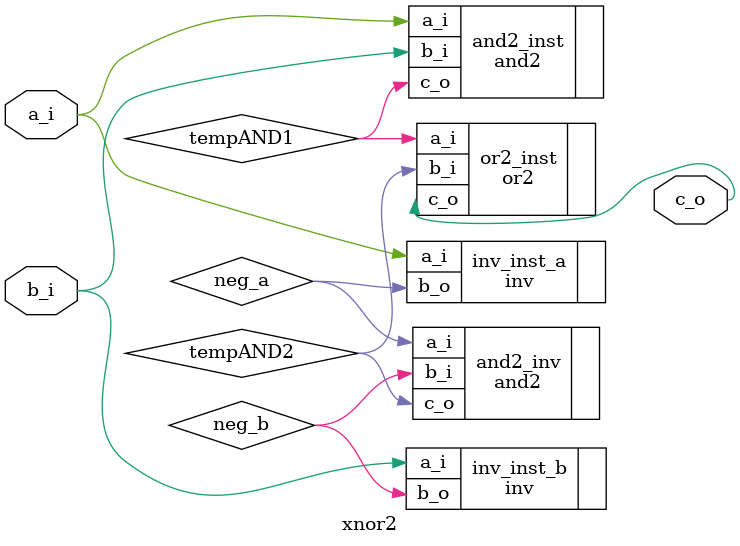
<source format=sv>
module xnor2
  (input [0:0] a_i
  ,input [0:0] b_i
  ,output [0:0] c_o);

   // Your code here:
  wire [0:0] tempAND2;
  wire [0:0] tempAND1;
  wire [0:0] neg_a;
  wire [0:0] neg_b;
  
  and2
    #()
  and2_inst
     (.a_i(a_i)
    , .b_i(b_i)
    , .c_o(tempAND1)
    );
  
  inv
    #()
  inv_inst_a
     (.a_i(a_i)
     ,.b_o(neg_a)
     );
  
  inv
    #()
  inv_inst_b
     (.a_i(b_i)
     ,.b_o(neg_b)
     );
  
  and2
    #()
  and2_inv
     (.a_i(neg_a)
    , .b_i(neg_b)
    , .c_o(tempAND2)
    );
  
  or2
    #()
  or2_inst
     (.a_i(tempAND1)
    , .b_i(tempAND2)
    , .c_o(c_o)
    );

endmodule

</source>
